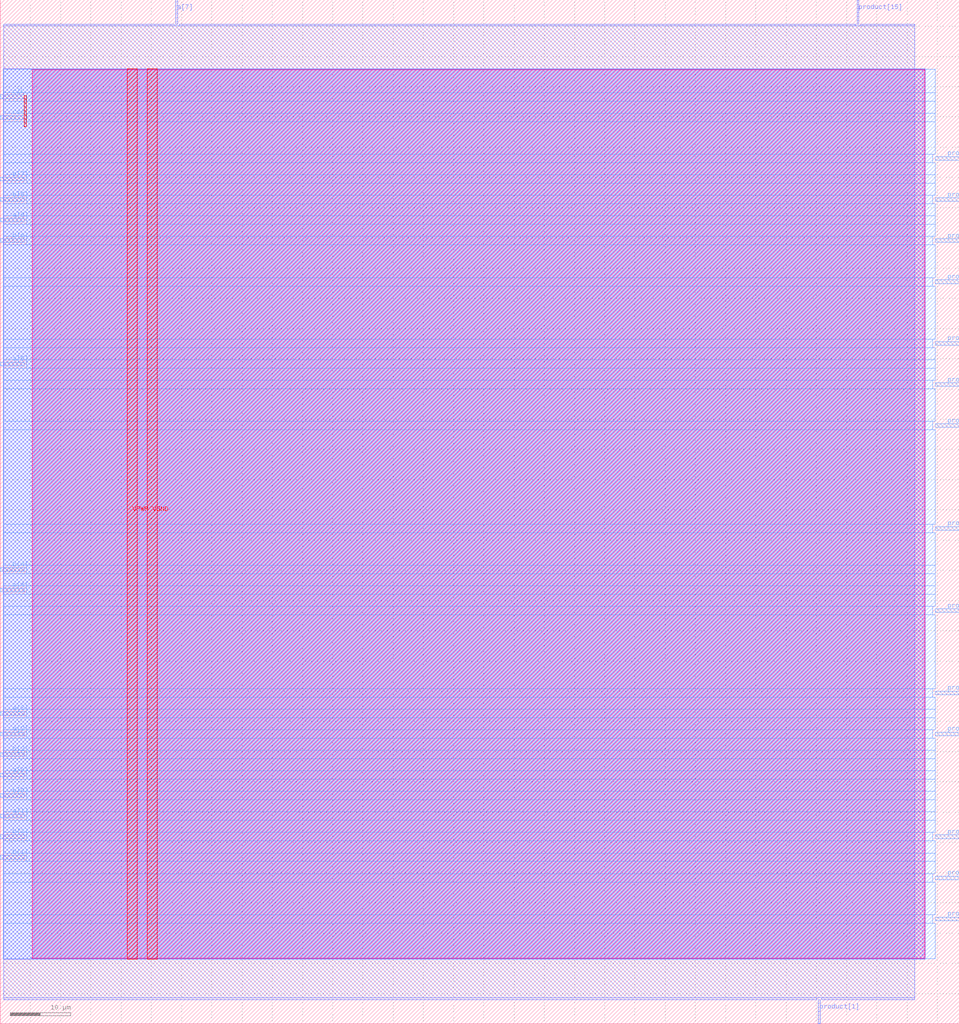
<source format=lef>
VERSION 5.7 ;
  NOWIREEXTENSIONATPIN ON ;
  DIVIDERCHAR "/" ;
  BUSBITCHARS "[]" ;
MACRO mult
  CLASS BLOCK ;
  FOREIGN mult ;
  ORIGIN 0.000 0.000 ;
  SIZE 158.640 BY 169.360 ;
  PIN VGND
    DIRECTION INOUT ;
    USE GROUND ;
    PORT
      LAYER met4 ;
        RECT 24.340 10.640 25.940 158.000 ;
    END
  END VGND
  PIN VPWR
    DIRECTION INOUT ;
    USE POWER ;
    PORT
      LAYER met4 ;
        RECT 21.040 10.640 22.640 158.000 ;
    END
  END VPWR
  PIN a[0]
    DIRECTION INPUT ;
    USE SIGNAL ;
    ANTENNAGATEAREA 0.126000 ;
    PORT
      LAYER met3 ;
        RECT 0.000 40.840 4.000 41.440 ;
    END
  END a[0]
  PIN a[1]
    DIRECTION INPUT ;
    USE SIGNAL ;
    ANTENNAGATEAREA 0.126000 ;
    PORT
      LAYER met3 ;
        RECT 0.000 34.040 4.000 34.640 ;
    END
  END a[1]
  PIN a[2]
    DIRECTION INPUT ;
    USE SIGNAL ;
    ANTENNAGATEAREA 0.126000 ;
    PORT
      LAYER met3 ;
        RECT 0.000 47.640 4.000 48.240 ;
    END
  END a[2]
  PIN a[3]
    DIRECTION INPUT ;
    USE SIGNAL ;
    ANTENNAGATEAREA 0.126000 ;
    PORT
      LAYER met3 ;
        RECT 0.000 51.040 4.000 51.640 ;
    END
  END a[3]
  PIN a[4]
    DIRECTION INPUT ;
    USE SIGNAL ;
    ANTENNAGATEAREA 0.126000 ;
    PORT
      LAYER met3 ;
        RECT 0.000 71.440 4.000 72.040 ;
    END
  END a[4]
  PIN a[5]
    DIRECTION INPUT ;
    USE SIGNAL ;
    ANTENNAGATEAREA 0.126000 ;
    PORT
      LAYER met3 ;
        RECT 0.000 108.840 4.000 109.440 ;
    END
  END a[5]
  PIN a[6]
    DIRECTION INPUT ;
    USE SIGNAL ;
    ANTENNAGATEAREA 0.126000 ;
    PORT
      LAYER met3 ;
        RECT 0.000 132.640 4.000 133.240 ;
    END
  END a[6]
  PIN a[7]
    DIRECTION INPUT ;
    USE SIGNAL ;
    ANTENNAGATEAREA 0.126000 ;
    PORT
      LAYER met2 ;
        RECT 29.070 165.360 29.350 169.360 ;
    END
  END a[7]
  PIN b[0]
    DIRECTION INPUT ;
    USE SIGNAL ;
    ANTENNAGATEAREA 0.126000 ;
    PORT
      LAYER met3 ;
        RECT 0.000 37.440 4.000 38.040 ;
    END
  END b[0]
  PIN b[1]
    DIRECTION INPUT ;
    USE SIGNAL ;
    ANTENNAGATEAREA 0.126000 ;
    PORT
      LAYER met3 ;
        RECT 0.000 27.240 4.000 27.840 ;
    END
  END b[1]
  PIN b[2]
    DIRECTION INPUT ;
    USE SIGNAL ;
    ANTENNAGATEAREA 0.126000 ;
    PORT
      LAYER met3 ;
        RECT 0.000 44.240 4.000 44.840 ;
    END
  END b[2]
  PIN b[3]
    DIRECTION INPUT ;
    USE SIGNAL ;
    ANTENNAGATEAREA 0.126000 ;
    PORT
      LAYER met3 ;
        RECT 0.000 30.640 4.000 31.240 ;
    END
  END b[3]
  PIN b[4]
    DIRECTION INPUT ;
    USE SIGNAL ;
    ANTENNAGATEAREA 0.126000 ;
    PORT
      LAYER met3 ;
        RECT 0.000 74.840 4.000 75.440 ;
    END
  END b[4]
  PIN b[5]
    DIRECTION INPUT ;
    USE SIGNAL ;
    ANTENNAGATEAREA 0.126000 ;
    PORT
      LAYER met3 ;
        RECT 0.000 136.040 4.000 136.640 ;
    END
  END b[5]
  PIN b[6]
    DIRECTION INPUT ;
    USE SIGNAL ;
    ANTENNAGATEAREA 0.126000 ;
    PORT
      LAYER met3 ;
        RECT 0.000 129.240 4.000 129.840 ;
    END
  END b[6]
  PIN b[7]
    DIRECTION INPUT ;
    USE SIGNAL ;
    ANTENNAGATEAREA 0.126000 ;
    PORT
      LAYER met3 ;
        RECT 0.000 139.440 4.000 140.040 ;
    END
  END b[7]
  PIN clk
    DIRECTION INPUT ;
    USE SIGNAL ;
    ANTENNAGATEAREA 0.852000 ;
    PORT
      LAYER met3 ;
        RECT 0.000 153.040 4.000 153.640 ;
    END
  END clk
  PIN product[0]
    DIRECTION OUTPUT ;
    USE SIGNAL ;
    ANTENNADIFFAREA 0.445500 ;
    PORT
      LAYER met3 ;
        RECT 154.640 30.640 158.640 31.240 ;
    END
  END product[0]
  PIN product[10]
    DIRECTION OUTPUT ;
    USE SIGNAL ;
    ANTENNADIFFAREA 0.445500 ;
    PORT
      LAYER met3 ;
        RECT 154.640 112.240 158.640 112.840 ;
    END
  END product[10]
  PIN product[11]
    DIRECTION OUTPUT ;
    USE SIGNAL ;
    ANTENNADIFFAREA 0.445500 ;
    PORT
      LAYER met3 ;
        RECT 154.640 122.440 158.640 123.040 ;
    END
  END product[11]
  PIN product[12]
    DIRECTION OUTPUT ;
    USE SIGNAL ;
    ANTENNADIFFAREA 0.445500 ;
    PORT
      LAYER met3 ;
        RECT 154.640 129.240 158.640 129.840 ;
    END
  END product[12]
  PIN product[13]
    DIRECTION OUTPUT ;
    USE SIGNAL ;
    ANTENNADIFFAREA 0.445500 ;
    PORT
      LAYER met3 ;
        RECT 154.640 136.040 158.640 136.640 ;
    END
  END product[13]
  PIN product[14]
    DIRECTION OUTPUT ;
    USE SIGNAL ;
    ANTENNADIFFAREA 0.445500 ;
    PORT
      LAYER met3 ;
        RECT 154.640 142.840 158.640 143.440 ;
    END
  END product[14]
  PIN product[15]
    DIRECTION OUTPUT ;
    USE SIGNAL ;
    ANTENNADIFFAREA 0.445500 ;
    PORT
      LAYER met2 ;
        RECT 141.770 165.360 142.050 169.360 ;
    END
  END product[15]
  PIN product[1]
    DIRECTION OUTPUT ;
    USE SIGNAL ;
    ANTENNADIFFAREA 0.445500 ;
    PORT
      LAYER met2 ;
        RECT 135.330 0.000 135.610 4.000 ;
    END
  END product[1]
  PIN product[2]
    DIRECTION OUTPUT ;
    USE SIGNAL ;
    ANTENNADIFFAREA 0.445500 ;
    PORT
      LAYER met3 ;
        RECT 154.640 17.040 158.640 17.640 ;
    END
  END product[2]
  PIN product[3]
    DIRECTION OUTPUT ;
    USE SIGNAL ;
    ANTENNADIFFAREA 0.445500 ;
    PORT
      LAYER met3 ;
        RECT 154.640 23.840 158.640 24.440 ;
    END
  END product[3]
  PIN product[4]
    DIRECTION OUTPUT ;
    USE SIGNAL ;
    ANTENNADIFFAREA 0.445500 ;
    PORT
      LAYER met3 ;
        RECT 154.640 47.640 158.640 48.240 ;
    END
  END product[4]
  PIN product[5]
    DIRECTION OUTPUT ;
    USE SIGNAL ;
    ANTENNADIFFAREA 0.445500 ;
    PORT
      LAYER met3 ;
        RECT 154.640 54.440 158.640 55.040 ;
    END
  END product[5]
  PIN product[6]
    DIRECTION OUTPUT ;
    USE SIGNAL ;
    ANTENNADIFFAREA 0.445500 ;
    PORT
      LAYER met3 ;
        RECT 154.640 68.040 158.640 68.640 ;
    END
  END product[6]
  PIN product[7]
    DIRECTION OUTPUT ;
    USE SIGNAL ;
    ANTENNADIFFAREA 0.445500 ;
    PORT
      LAYER met3 ;
        RECT 154.640 81.640 158.640 82.240 ;
    END
  END product[7]
  PIN product[8]
    DIRECTION OUTPUT ;
    USE SIGNAL ;
    ANTENNADIFFAREA 0.445500 ;
    PORT
      LAYER met3 ;
        RECT 154.640 98.640 158.640 99.240 ;
    END
  END product[8]
  PIN product[9]
    DIRECTION OUTPUT ;
    USE SIGNAL ;
    ANTENNADIFFAREA 0.445500 ;
    PORT
      LAYER met3 ;
        RECT 154.640 105.440 158.640 106.040 ;
    END
  END product[9]
  PIN rst
    DIRECTION INPUT ;
    USE SIGNAL ;
    ANTENNAGATEAREA 0.126000 ;
    PORT
      LAYER met3 ;
        RECT 0.000 149.640 4.000 150.240 ;
    END
  END rst
  OBS
      LAYER nwell ;
        RECT 5.330 10.795 152.910 157.845 ;
      LAYER li1 ;
        RECT 5.520 10.795 152.720 157.845 ;
      LAYER met1 ;
        RECT 0.530 10.640 153.020 158.000 ;
      LAYER met2 ;
        RECT 0.550 165.080 28.790 165.360 ;
        RECT 29.630 165.080 141.490 165.360 ;
        RECT 142.330 165.080 151.240 165.360 ;
        RECT 0.550 4.280 151.240 165.080 ;
        RECT 0.550 4.000 135.050 4.280 ;
        RECT 135.890 4.000 151.240 4.280 ;
      LAYER met3 ;
        RECT 0.525 154.040 154.640 157.925 ;
        RECT 4.400 152.640 154.640 154.040 ;
        RECT 0.525 150.640 154.640 152.640 ;
        RECT 4.400 149.240 154.640 150.640 ;
        RECT 0.525 143.840 154.640 149.240 ;
        RECT 0.525 142.440 154.240 143.840 ;
        RECT 0.525 140.440 154.640 142.440 ;
        RECT 4.400 139.040 154.640 140.440 ;
        RECT 0.525 137.040 154.640 139.040 ;
        RECT 4.400 135.640 154.240 137.040 ;
        RECT 0.525 133.640 154.640 135.640 ;
        RECT 4.400 132.240 154.640 133.640 ;
        RECT 0.525 130.240 154.640 132.240 ;
        RECT 4.400 128.840 154.240 130.240 ;
        RECT 0.525 123.440 154.640 128.840 ;
        RECT 0.525 122.040 154.240 123.440 ;
        RECT 0.525 113.240 154.640 122.040 ;
        RECT 0.525 111.840 154.240 113.240 ;
        RECT 0.525 109.840 154.640 111.840 ;
        RECT 4.400 108.440 154.640 109.840 ;
        RECT 0.525 106.440 154.640 108.440 ;
        RECT 0.525 105.040 154.240 106.440 ;
        RECT 0.525 99.640 154.640 105.040 ;
        RECT 0.525 98.240 154.240 99.640 ;
        RECT 0.525 82.640 154.640 98.240 ;
        RECT 0.525 81.240 154.240 82.640 ;
        RECT 0.525 75.840 154.640 81.240 ;
        RECT 4.400 74.440 154.640 75.840 ;
        RECT 0.525 72.440 154.640 74.440 ;
        RECT 4.400 71.040 154.640 72.440 ;
        RECT 0.525 69.040 154.640 71.040 ;
        RECT 0.525 67.640 154.240 69.040 ;
        RECT 0.525 55.440 154.640 67.640 ;
        RECT 0.525 54.040 154.240 55.440 ;
        RECT 0.525 52.040 154.640 54.040 ;
        RECT 4.400 50.640 154.640 52.040 ;
        RECT 0.525 48.640 154.640 50.640 ;
        RECT 4.400 47.240 154.240 48.640 ;
        RECT 0.525 45.240 154.640 47.240 ;
        RECT 4.400 43.840 154.640 45.240 ;
        RECT 0.525 41.840 154.640 43.840 ;
        RECT 4.400 40.440 154.640 41.840 ;
        RECT 0.525 38.440 154.640 40.440 ;
        RECT 4.400 37.040 154.640 38.440 ;
        RECT 0.525 35.040 154.640 37.040 ;
        RECT 4.400 33.640 154.640 35.040 ;
        RECT 0.525 31.640 154.640 33.640 ;
        RECT 4.400 30.240 154.240 31.640 ;
        RECT 0.525 28.240 154.640 30.240 ;
        RECT 4.400 26.840 154.640 28.240 ;
        RECT 0.525 24.840 154.640 26.840 ;
        RECT 0.525 23.440 154.240 24.840 ;
        RECT 0.525 18.040 154.640 23.440 ;
        RECT 0.525 16.640 154.240 18.040 ;
        RECT 0.525 10.715 154.640 16.640 ;
      LAYER met4 ;
        RECT 3.975 148.415 4.305 153.505 ;
  END
END mult
END LIBRARY


</source>
